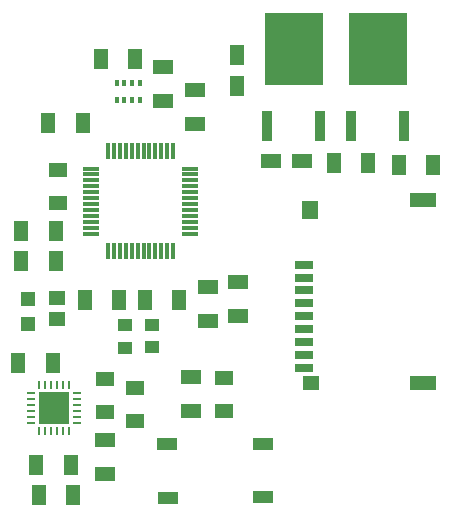
<source format=gtp>
G04*
G04 #@! TF.GenerationSoftware,Altium Limited,Altium Designer,20.0.13 (296)*
G04*
G04 Layer_Color=8421504*
%FSLAX25Y25*%
%MOIN*%
G70*
G01*
G75*
%ADD18R,0.05118X0.07087*%
%ADD19R,0.06496X0.04724*%
%ADD20R,0.01181X0.05709*%
%ADD21R,0.05709X0.01181*%
%ADD22R,0.07087X0.04842*%
%ADD23R,0.05512X0.06299*%
%ADD24R,0.08661X0.04724*%
%ADD25R,0.05512X0.04724*%
%ADD26R,0.06299X0.02756*%
%ADD27R,0.03740X0.10236*%
%ADD28R,0.19291X0.24410*%
%ADD29R,0.04842X0.07087*%
%ADD30R,0.07087X0.05118*%
%ADD31R,0.05118X0.04331*%
%ADD32R,0.04724X0.04724*%
%ADD33R,0.00984X0.03150*%
%ADD34R,0.03150X0.00984*%
%ADD35R,0.10236X0.10630*%
%ADD36R,0.05315X0.04528*%
%ADD37R,0.01378X0.01968*%
%ADD38R,0.07087X0.04331*%
D18*
X107000Y363000D02*
D03*
X118417D02*
D03*
X117709Y373000D02*
D03*
X106291D02*
D03*
X101291Y451000D02*
D03*
X112709D02*
D03*
X121709Y487000D02*
D03*
X110291D02*
D03*
X216732Y473622D02*
D03*
X205315D02*
D03*
X238500Y473000D02*
D03*
X227083D02*
D03*
X142520Y427953D02*
D03*
X153937D02*
D03*
X112709Y441000D02*
D03*
X101291D02*
D03*
X133858Y427953D02*
D03*
X122441D02*
D03*
X100291Y407000D02*
D03*
X111709D02*
D03*
X127791Y508500D02*
D03*
X139209D02*
D03*
D19*
X113386Y471260D02*
D03*
Y460236D02*
D03*
X129126Y401811D02*
D03*
Y390787D02*
D03*
X139126Y398811D02*
D03*
Y387787D02*
D03*
X168898Y390945D02*
D03*
Y401968D02*
D03*
D20*
X130173Y444366D02*
D03*
X132142D02*
D03*
X134110D02*
D03*
X136079D02*
D03*
X138047D02*
D03*
X140016D02*
D03*
X141984D02*
D03*
X143953D02*
D03*
X145921D02*
D03*
X147890D02*
D03*
X149858D02*
D03*
X151827D02*
D03*
Y477634D02*
D03*
X149858D02*
D03*
X147890D02*
D03*
X145921D02*
D03*
X143953D02*
D03*
X141984D02*
D03*
X140016D02*
D03*
X138047D02*
D03*
X136079D02*
D03*
X134110D02*
D03*
X132142D02*
D03*
X130173D02*
D03*
D21*
X157634Y450173D02*
D03*
Y452142D02*
D03*
Y454110D02*
D03*
Y456079D02*
D03*
Y458047D02*
D03*
Y460016D02*
D03*
Y461984D02*
D03*
Y463953D02*
D03*
Y465921D02*
D03*
Y467890D02*
D03*
Y469858D02*
D03*
Y471827D02*
D03*
X124366D02*
D03*
Y469858D02*
D03*
Y467890D02*
D03*
Y465921D02*
D03*
Y463953D02*
D03*
Y461984D02*
D03*
Y460016D02*
D03*
Y458047D02*
D03*
Y456079D02*
D03*
Y454110D02*
D03*
Y452142D02*
D03*
Y450173D02*
D03*
D22*
X194921Y474409D02*
D03*
X184606D02*
D03*
D23*
X197502Y457946D02*
D03*
D24*
X235297Y461490D02*
D03*
X235297Y400466D02*
D03*
D25*
X197895D02*
D03*
D26*
X195533Y405191D02*
D03*
Y409521D02*
D03*
Y413852D02*
D03*
Y418183D02*
D03*
Y422513D02*
D03*
Y426844D02*
D03*
Y431175D02*
D03*
Y435505D02*
D03*
Y439836D02*
D03*
D27*
X211024Y486161D02*
D03*
X228976D02*
D03*
X183024D02*
D03*
X200976D02*
D03*
D28*
X220000Y511752D02*
D03*
X192000D02*
D03*
D29*
X173000Y499342D02*
D03*
Y509657D02*
D03*
D30*
X173622Y434055D02*
D03*
Y422638D02*
D03*
X163386Y421063D02*
D03*
Y432480D02*
D03*
X157874Y402362D02*
D03*
Y390945D02*
D03*
X159000Y498000D02*
D03*
Y486583D02*
D03*
X148500Y494291D02*
D03*
Y505709D02*
D03*
X129126Y370091D02*
D03*
Y381508D02*
D03*
D31*
X135753Y419645D02*
D03*
X144808D02*
D03*
X135814Y412136D02*
D03*
X144826Y412200D02*
D03*
D32*
X103543Y428346D02*
D03*
Y420079D02*
D03*
D33*
X117126Y399654D02*
D03*
X115157D02*
D03*
X113189D02*
D03*
X111221D02*
D03*
X109252D02*
D03*
X107283D02*
D03*
Y384299D02*
D03*
X109252D02*
D03*
X111221D02*
D03*
X113189D02*
D03*
X115157D02*
D03*
X117126D02*
D03*
D34*
X104528Y396898D02*
D03*
Y394929D02*
D03*
Y392961D02*
D03*
Y390992D02*
D03*
Y389024D02*
D03*
Y387055D02*
D03*
X119882D02*
D03*
Y389024D02*
D03*
Y390992D02*
D03*
Y392961D02*
D03*
Y394929D02*
D03*
Y396898D02*
D03*
D35*
X112205Y391976D02*
D03*
D36*
X112992Y421752D02*
D03*
Y428642D02*
D03*
D37*
X140685Y500295D02*
D03*
X138126D02*
D03*
X135567D02*
D03*
X133008D02*
D03*
D03*
Y494587D02*
D03*
X135567D02*
D03*
X138126D02*
D03*
X140685D02*
D03*
D38*
X150205Y362118D02*
D03*
X181890Y362260D02*
D03*
Y380134D02*
D03*
X149961D02*
D03*
M02*

</source>
